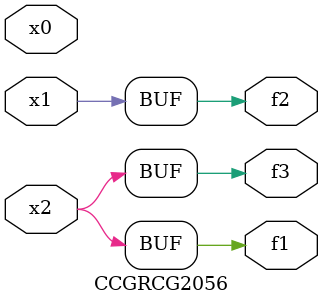
<source format=v>
module CCGRCG2056(
	input x0, x1, x2,
	output f1, f2, f3
);
	assign f1 = x2;
	assign f2 = x1;
	assign f3 = x2;
endmodule

</source>
